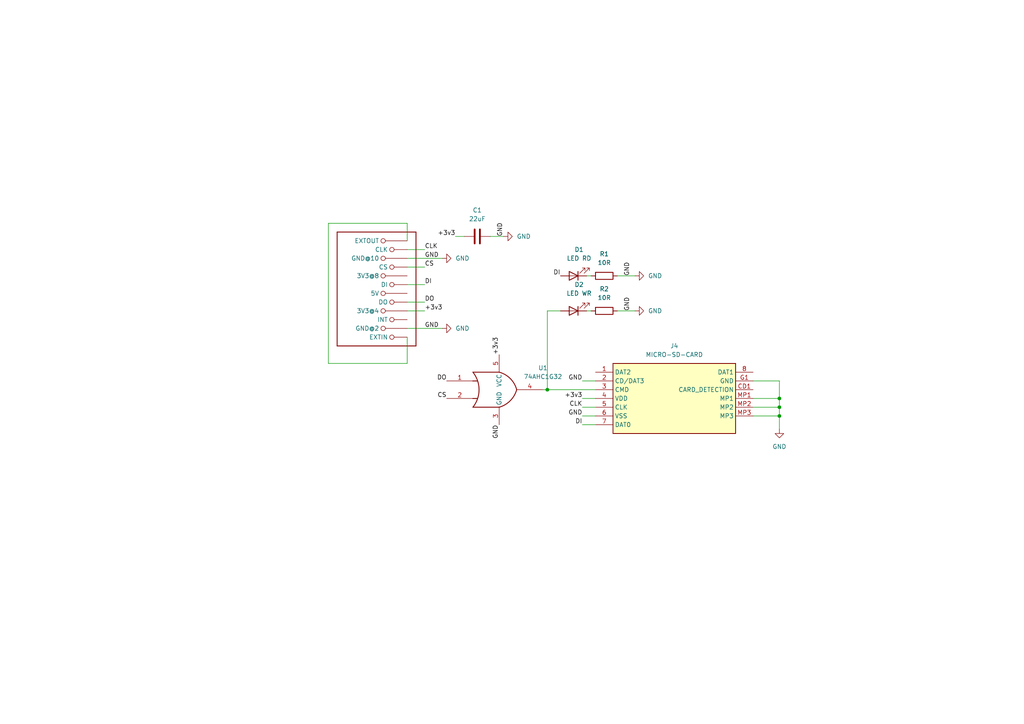
<source format=kicad_sch>
(kicad_sch
	(version 20231120)
	(generator "eeschema")
	(generator_version "8.0")
	(uuid "7df071e1-7397-44f5-b59a-b874d632f1c4")
	(paper "A4")
	(lib_symbols
		(symbol "74xGxx:74AHC1G32"
			(exclude_from_sim no)
			(in_bom yes)
			(on_board yes)
			(property "Reference" "U"
				(at -2.54 3.81 0)
				(effects
					(font
						(size 1.27 1.27)
					)
				)
			)
			(property "Value" "74AHC1G32"
				(at 0 -3.81 0)
				(effects
					(font
						(size 1.27 1.27)
					)
				)
			)
			(property "Footprint" ""
				(at 0 0 0)
				(effects
					(font
						(size 1.27 1.27)
					)
					(hide yes)
				)
			)
			(property "Datasheet" "http://www.ti.com/lit/sg/scyt129e/scyt129e.pdf"
				(at 0 0 0)
				(effects
					(font
						(size 1.27 1.27)
					)
					(hide yes)
				)
			)
			(property "Description" "Single OR Gate, Low-Voltage CMOS"
				(at 0 0 0)
				(effects
					(font
						(size 1.27 1.27)
					)
					(hide yes)
				)
			)
			(property "ki_keywords" "Single Gate OR LVC CMOS"
				(at 0 0 0)
				(effects
					(font
						(size 1.27 1.27)
					)
					(hide yes)
				)
			)
			(property "ki_fp_filters" "SOT* SG-*"
				(at 0 0 0)
				(effects
					(font
						(size 1.27 1.27)
					)
					(hide yes)
				)
			)
			(symbol "74AHC1G32_0_1"
				(arc
					(start -7.62 -5.08)
					(mid -5.838 0)
					(end -7.62 5.08)
					(stroke
						(width 0.254)
						(type default)
					)
					(fill
						(type none)
					)
				)
				(arc
					(start 0 -5.08)
					(mid 3.1986 -3.2054)
					(end 5.08 0)
					(stroke
						(width 0.254)
						(type default)
					)
					(fill
						(type none)
					)
				)
				(polyline
					(pts
						(xy -7.62 -2.54) (xy -6.35 -2.54)
					)
					(stroke
						(width 0.254)
						(type default)
					)
					(fill
						(type background)
					)
				)
				(polyline
					(pts
						(xy -7.62 2.54) (xy -6.35 2.54)
					)
					(stroke
						(width 0.254)
						(type default)
					)
					(fill
						(type background)
					)
				)
				(polyline
					(pts
						(xy 0 -5.08) (xy -7.62 -5.08)
					)
					(stroke
						(width 0.254)
						(type default)
					)
					(fill
						(type background)
					)
				)
				(polyline
					(pts
						(xy 0 5.08) (xy -7.62 5.08)
					)
					(stroke
						(width 0.254)
						(type default)
					)
					(fill
						(type background)
					)
				)
				(arc
					(start 5.08 0)
					(mid 3.2238 3.2304)
					(end 0 5.08)
					(stroke
						(width 0.254)
						(type default)
					)
					(fill
						(type none)
					)
				)
			)
			(symbol "74AHC1G32_1_1"
				(pin input line
					(at -15.24 2.54 0)
					(length 7.62)
					(name "~"
						(effects
							(font
								(size 1.27 1.27)
							)
						)
					)
					(number "1"
						(effects
							(font
								(size 1.27 1.27)
							)
						)
					)
				)
				(pin input line
					(at -15.24 -2.54 0)
					(length 7.62)
					(name "~"
						(effects
							(font
								(size 1.27 1.27)
							)
						)
					)
					(number "2"
						(effects
							(font
								(size 1.27 1.27)
							)
						)
					)
				)
				(pin power_in line
					(at 0 -10.16 90)
					(length 5.08)
					(name "GND"
						(effects
							(font
								(size 1.27 1.27)
							)
						)
					)
					(number "3"
						(effects
							(font
								(size 1.27 1.27)
							)
						)
					)
				)
				(pin output line
					(at 12.7 0 180)
					(length 7.62)
					(name "~"
						(effects
							(font
								(size 1.27 1.27)
							)
						)
					)
					(number "4"
						(effects
							(font
								(size 1.27 1.27)
							)
						)
					)
				)
				(pin power_in line
					(at 0 10.16 270)
					(length 5.08)
					(name "VCC"
						(effects
							(font
								(size 1.27 1.27)
							)
						)
					)
					(number "5"
						(effects
							(font
								(size 1.27 1.27)
							)
						)
					)
				)
			)
		)
		(symbol "Device:C"
			(pin_numbers hide)
			(pin_names
				(offset 0.254)
			)
			(exclude_from_sim no)
			(in_bom yes)
			(on_board yes)
			(property "Reference" "C"
				(at 0.635 2.54 0)
				(effects
					(font
						(size 1.27 1.27)
					)
					(justify left)
				)
			)
			(property "Value" "C"
				(at 0.635 -2.54 0)
				(effects
					(font
						(size 1.27 1.27)
					)
					(justify left)
				)
			)
			(property "Footprint" ""
				(at 0.9652 -3.81 0)
				(effects
					(font
						(size 1.27 1.27)
					)
					(hide yes)
				)
			)
			(property "Datasheet" "~"
				(at 0 0 0)
				(effects
					(font
						(size 1.27 1.27)
					)
					(hide yes)
				)
			)
			(property "Description" "Unpolarized capacitor"
				(at 0 0 0)
				(effects
					(font
						(size 1.27 1.27)
					)
					(hide yes)
				)
			)
			(property "ki_keywords" "cap capacitor"
				(at 0 0 0)
				(effects
					(font
						(size 1.27 1.27)
					)
					(hide yes)
				)
			)
			(property "ki_fp_filters" "C_*"
				(at 0 0 0)
				(effects
					(font
						(size 1.27 1.27)
					)
					(hide yes)
				)
			)
			(symbol "C_0_1"
				(polyline
					(pts
						(xy -2.032 -0.762) (xy 2.032 -0.762)
					)
					(stroke
						(width 0.508)
						(type default)
					)
					(fill
						(type none)
					)
				)
				(polyline
					(pts
						(xy -2.032 0.762) (xy 2.032 0.762)
					)
					(stroke
						(width 0.508)
						(type default)
					)
					(fill
						(type none)
					)
				)
			)
			(symbol "C_1_1"
				(pin passive line
					(at 0 3.81 270)
					(length 2.794)
					(name "~"
						(effects
							(font
								(size 1.27 1.27)
							)
						)
					)
					(number "1"
						(effects
							(font
								(size 1.27 1.27)
							)
						)
					)
				)
				(pin passive line
					(at 0 -3.81 90)
					(length 2.794)
					(name "~"
						(effects
							(font
								(size 1.27 1.27)
							)
						)
					)
					(number "2"
						(effects
							(font
								(size 1.27 1.27)
							)
						)
					)
				)
			)
		)
		(symbol "Device:LED"
			(pin_numbers hide)
			(pin_names
				(offset 1.016) hide)
			(exclude_from_sim no)
			(in_bom yes)
			(on_board yes)
			(property "Reference" "D"
				(at 0 2.54 0)
				(effects
					(font
						(size 1.27 1.27)
					)
				)
			)
			(property "Value" "LED"
				(at 0 -2.54 0)
				(effects
					(font
						(size 1.27 1.27)
					)
				)
			)
			(property "Footprint" ""
				(at 0 0 0)
				(effects
					(font
						(size 1.27 1.27)
					)
					(hide yes)
				)
			)
			(property "Datasheet" "~"
				(at 0 0 0)
				(effects
					(font
						(size 1.27 1.27)
					)
					(hide yes)
				)
			)
			(property "Description" "Light emitting diode"
				(at 0 0 0)
				(effects
					(font
						(size 1.27 1.27)
					)
					(hide yes)
				)
			)
			(property "ki_keywords" "LED diode"
				(at 0 0 0)
				(effects
					(font
						(size 1.27 1.27)
					)
					(hide yes)
				)
			)
			(property "ki_fp_filters" "LED* LED_SMD:* LED_THT:*"
				(at 0 0 0)
				(effects
					(font
						(size 1.27 1.27)
					)
					(hide yes)
				)
			)
			(symbol "LED_0_1"
				(polyline
					(pts
						(xy -1.27 -1.27) (xy -1.27 1.27)
					)
					(stroke
						(width 0.254)
						(type default)
					)
					(fill
						(type none)
					)
				)
				(polyline
					(pts
						(xy -1.27 0) (xy 1.27 0)
					)
					(stroke
						(width 0)
						(type default)
					)
					(fill
						(type none)
					)
				)
				(polyline
					(pts
						(xy 1.27 -1.27) (xy 1.27 1.27) (xy -1.27 0) (xy 1.27 -1.27)
					)
					(stroke
						(width 0.254)
						(type default)
					)
					(fill
						(type none)
					)
				)
				(polyline
					(pts
						(xy -3.048 -0.762) (xy -4.572 -2.286) (xy -3.81 -2.286) (xy -4.572 -2.286) (xy -4.572 -1.524)
					)
					(stroke
						(width 0)
						(type default)
					)
					(fill
						(type none)
					)
				)
				(polyline
					(pts
						(xy -1.778 -0.762) (xy -3.302 -2.286) (xy -2.54 -2.286) (xy -3.302 -2.286) (xy -3.302 -1.524)
					)
					(stroke
						(width 0)
						(type default)
					)
					(fill
						(type none)
					)
				)
			)
			(symbol "LED_1_1"
				(pin passive line
					(at -3.81 0 0)
					(length 2.54)
					(name "K"
						(effects
							(font
								(size 1.27 1.27)
							)
						)
					)
					(number "1"
						(effects
							(font
								(size 1.27 1.27)
							)
						)
					)
				)
				(pin passive line
					(at 3.81 0 180)
					(length 2.54)
					(name "A"
						(effects
							(font
								(size 1.27 1.27)
							)
						)
					)
					(number "2"
						(effects
							(font
								(size 1.27 1.27)
							)
						)
					)
				)
			)
		)
		(symbol "Device:R"
			(pin_numbers hide)
			(pin_names
				(offset 0)
			)
			(exclude_from_sim no)
			(in_bom yes)
			(on_board yes)
			(property "Reference" "R"
				(at 2.032 0 90)
				(effects
					(font
						(size 1.27 1.27)
					)
				)
			)
			(property "Value" "R"
				(at 0 0 90)
				(effects
					(font
						(size 1.27 1.27)
					)
				)
			)
			(property "Footprint" ""
				(at -1.778 0 90)
				(effects
					(font
						(size 1.27 1.27)
					)
					(hide yes)
				)
			)
			(property "Datasheet" "~"
				(at 0 0 0)
				(effects
					(font
						(size 1.27 1.27)
					)
					(hide yes)
				)
			)
			(property "Description" "Resistor"
				(at 0 0 0)
				(effects
					(font
						(size 1.27 1.27)
					)
					(hide yes)
				)
			)
			(property "ki_keywords" "R res resistor"
				(at 0 0 0)
				(effects
					(font
						(size 1.27 1.27)
					)
					(hide yes)
				)
			)
			(property "ki_fp_filters" "R_*"
				(at 0 0 0)
				(effects
					(font
						(size 1.27 1.27)
					)
					(hide yes)
				)
			)
			(symbol "R_0_1"
				(rectangle
					(start -1.016 -2.54)
					(end 1.016 2.54)
					(stroke
						(width 0.254)
						(type default)
					)
					(fill
						(type none)
					)
				)
			)
			(symbol "R_1_1"
				(pin passive line
					(at 0 3.81 270)
					(length 1.27)
					(name "~"
						(effects
							(font
								(size 1.27 1.27)
							)
						)
					)
					(number "1"
						(effects
							(font
								(size 1.27 1.27)
							)
						)
					)
				)
				(pin passive line
					(at 0 -3.81 90)
					(length 1.27)
					(name "~"
						(effects
							(font
								(size 1.27 1.27)
							)
						)
					)
					(number "2"
						(effects
							(font
								(size 1.27 1.27)
							)
						)
					)
				)
			)
		)
		(symbol "MICRO-SD-CARD:MICRO-SD-CARD"
			(exclude_from_sim no)
			(in_bom yes)
			(on_board yes)
			(property "Reference" "J"
				(at 41.91 7.62 0)
				(effects
					(font
						(size 1.27 1.27)
					)
					(justify left top)
				)
			)
			(property "Value" "MICRO-SD-CARD"
				(at 41.91 5.08 0)
				(effects
					(font
						(size 1.27 1.27)
					)
					(justify left top)
				)
			)
			(property "Footprint" "MICROSDCARD"
				(at 41.91 -94.92 0)
				(effects
					(font
						(size 1.27 1.27)
					)
					(justify left top)
					(hide yes)
				)
			)
			(property "Datasheet" "https://www.olimex.com/Products/Components/Connectors/MICRO-SD-CARD/resources/MICRO-SDCARD-1.jpg"
				(at 41.91 -194.92 0)
				(effects
					(font
						(size 1.27 1.27)
					)
					(justify left top)
					(hide yes)
				)
			)
			(property "Description" "Memory Card Connectors MICRO SD CARD CONNECTOR WITH PUSH PUSH EJECT ACTION"
				(at 0 0 0)
				(effects
					(font
						(size 1.27 1.27)
					)
					(hide yes)
				)
			)
			(property "Height" "2"
				(at 41.91 -394.92 0)
				(effects
					(font
						(size 1.27 1.27)
					)
					(justify left top)
					(hide yes)
				)
			)
			(property "Mouser Part Number" "909-MICRO-SD-CARD"
				(at 41.91 -494.92 0)
				(effects
					(font
						(size 1.27 1.27)
					)
					(justify left top)
					(hide yes)
				)
			)
			(property "Mouser Price/Stock" "https://www.mouser.co.uk/ProductDetail/Olimex-Ltd/MICRO-SD-CARD?qs=Rp5uXu7WBW8fXUZTWj6z0w%3D%3D"
				(at 41.91 -594.92 0)
				(effects
					(font
						(size 1.27 1.27)
					)
					(justify left top)
					(hide yes)
				)
			)
			(property "Manufacturer_Name" "Olimex Ltd."
				(at 41.91 -694.92 0)
				(effects
					(font
						(size 1.27 1.27)
					)
					(justify left top)
					(hide yes)
				)
			)
			(property "Manufacturer_Part_Number" "MICRO-SD-CARD"
				(at 41.91 -794.92 0)
				(effects
					(font
						(size 1.27 1.27)
					)
					(justify left top)
					(hide yes)
				)
			)
			(symbol "MICRO-SD-CARD_1_1"
				(rectangle
					(start 5.08 2.54)
					(end 40.64 -17.78)
					(stroke
						(width 0.254)
						(type default)
					)
					(fill
						(type background)
					)
				)
				(pin passive line
					(at 0 0 0)
					(length 5.08)
					(name "DAT2"
						(effects
							(font
								(size 1.27 1.27)
							)
						)
					)
					(number "1"
						(effects
							(font
								(size 1.27 1.27)
							)
						)
					)
				)
				(pin passive line
					(at 0 -2.54 0)
					(length 5.08)
					(name "CD/DAT3"
						(effects
							(font
								(size 1.27 1.27)
							)
						)
					)
					(number "2"
						(effects
							(font
								(size 1.27 1.27)
							)
						)
					)
				)
				(pin passive line
					(at 0 -5.08 0)
					(length 5.08)
					(name "CMD"
						(effects
							(font
								(size 1.27 1.27)
							)
						)
					)
					(number "3"
						(effects
							(font
								(size 1.27 1.27)
							)
						)
					)
				)
				(pin passive line
					(at 0 -7.62 0)
					(length 5.08)
					(name "VDD"
						(effects
							(font
								(size 1.27 1.27)
							)
						)
					)
					(number "4"
						(effects
							(font
								(size 1.27 1.27)
							)
						)
					)
				)
				(pin passive line
					(at 0 -10.16 0)
					(length 5.08)
					(name "CLK"
						(effects
							(font
								(size 1.27 1.27)
							)
						)
					)
					(number "5"
						(effects
							(font
								(size 1.27 1.27)
							)
						)
					)
				)
				(pin passive line
					(at 0 -12.7 0)
					(length 5.08)
					(name "VSS"
						(effects
							(font
								(size 1.27 1.27)
							)
						)
					)
					(number "6"
						(effects
							(font
								(size 1.27 1.27)
							)
						)
					)
				)
				(pin passive line
					(at 0 -15.24 0)
					(length 5.08)
					(name "DAT0"
						(effects
							(font
								(size 1.27 1.27)
							)
						)
					)
					(number "7"
						(effects
							(font
								(size 1.27 1.27)
							)
						)
					)
				)
				(pin passive line
					(at 45.72 0 180)
					(length 5.08)
					(name "DAT1"
						(effects
							(font
								(size 1.27 1.27)
							)
						)
					)
					(number "8"
						(effects
							(font
								(size 1.27 1.27)
							)
						)
					)
				)
				(pin passive line
					(at 45.72 -5.08 180)
					(length 5.08)
					(name "CARD_DETECTION"
						(effects
							(font
								(size 1.27 1.27)
							)
						)
					)
					(number "CD1"
						(effects
							(font
								(size 1.27 1.27)
							)
						)
					)
				)
				(pin passive line
					(at 45.72 -2.54 180)
					(length 5.08)
					(name "GND"
						(effects
							(font
								(size 1.27 1.27)
							)
						)
					)
					(number "G1"
						(effects
							(font
								(size 1.27 1.27)
							)
						)
					)
				)
				(pin passive line
					(at 45.72 -7.62 180)
					(length 5.08)
					(name "MP1"
						(effects
							(font
								(size 1.27 1.27)
							)
						)
					)
					(number "MP1"
						(effects
							(font
								(size 1.27 1.27)
							)
						)
					)
				)
				(pin passive line
					(at 45.72 -10.16 180)
					(length 5.08)
					(name "MP2"
						(effects
							(font
								(size 1.27 1.27)
							)
						)
					)
					(number "MP2"
						(effects
							(font
								(size 1.27 1.27)
							)
						)
					)
				)
				(pin passive line
					(at 45.72 -12.7 180)
					(length 5.08)
					(name "MP3"
						(effects
							(font
								(size 1.27 1.27)
							)
						)
					)
					(number "MP3"
						(effects
							(font
								(size 1.27 1.27)
							)
						)
					)
				)
			)
		)
		(symbol "gecko-eagle-import:GC_MEMCARD"
			(exclude_from_sim no)
			(in_bom yes)
			(on_board yes)
			(property "Reference" "J"
				(at 0 0 0)
				(effects
					(font
						(size 1.27 1.27)
					)
					(hide yes)
				)
			)
			(property "Value" ""
				(at 0 0 0)
				(effects
					(font
						(size 1.27 1.27)
					)
					(hide yes)
				)
			)
			(property "Footprint" "gecko:GC_MEMCARD"
				(at 0 0 0)
				(effects
					(font
						(size 1.27 1.27)
					)
					(hide yes)
				)
			)
			(property "Datasheet" ""
				(at 0 0 0)
				(effects
					(font
						(size 1.27 1.27)
					)
					(hide yes)
				)
			)
			(property "Description" ""
				(at 0 0 0)
				(effects
					(font
						(size 1.27 1.27)
					)
					(hide yes)
				)
			)
			(property "ki_locked" ""
				(at 0 0 0)
				(effects
					(font
						(size 1.27 1.27)
					)
				)
			)
			(symbol "GC_MEMCARD_1_0"
				(polyline
					(pts
						(xy -15.24 -10.16) (xy -15.24 12.7)
					)
					(stroke
						(width 0.254)
						(type solid)
					)
					(fill
						(type none)
					)
				)
				(polyline
					(pts
						(xy -15.24 12.7) (xy 17.78 12.7)
					)
					(stroke
						(width 0.254)
						(type solid)
					)
					(fill
						(type none)
					)
				)
				(polyline
					(pts
						(xy 17.78 -10.16) (xy -15.24 -10.16)
					)
					(stroke
						(width 0.254)
						(type solid)
					)
					(fill
						(type none)
					)
				)
				(polyline
					(pts
						(xy 17.78 12.7) (xy 17.78 -10.16)
					)
					(stroke
						(width 0.254)
						(type solid)
					)
					(fill
						(type none)
					)
				)
				(pin bidirectional inverted
					(at 15.24 10.16 270)
					(length 5.08)
					(name "EXTIN"
						(effects
							(font
								(size 1.27 1.27)
							)
						)
					)
					(number "1"
						(effects
							(font
								(size 0 0)
							)
						)
					)
				)
				(pin bidirectional inverted
					(at -7.62 10.16 270)
					(length 7.62)
					(name "GND@10"
						(effects
							(font
								(size 1.27 1.27)
							)
						)
					)
					(number "10"
						(effects
							(font
								(size 0 0)
							)
						)
					)
				)
				(pin bidirectional inverted
					(at -10.16 10.16 270)
					(length 5.08)
					(name "CLK"
						(effects
							(font
								(size 1.27 1.27)
							)
						)
					)
					(number "11"
						(effects
							(font
								(size 0 0)
							)
						)
					)
				)
				(pin bidirectional inverted
					(at -12.7 10.16 270)
					(length 7.62)
					(name "EXTOUT"
						(effects
							(font
								(size 1.27 1.27)
							)
						)
					)
					(number "12"
						(effects
							(font
								(size 0 0)
							)
						)
					)
				)
				(pin bidirectional inverted
					(at 12.7 10.16 270)
					(length 7.62)
					(name "GND@2"
						(effects
							(font
								(size 1.27 1.27)
							)
						)
					)
					(number "2"
						(effects
							(font
								(size 0 0)
							)
						)
					)
				)
				(pin bidirectional inverted
					(at 10.16 10.16 270)
					(length 5.08)
					(name "INT"
						(effects
							(font
								(size 1.27 1.27)
							)
						)
					)
					(number "3"
						(effects
							(font
								(size 0 0)
							)
						)
					)
				)
				(pin bidirectional inverted
					(at 7.62 10.16 270)
					(length 7.62)
					(name "3V3@4"
						(effects
							(font
								(size 1.27 1.27)
							)
						)
					)
					(number "4"
						(effects
							(font
								(size 0 0)
							)
						)
					)
				)
				(pin bidirectional inverted
					(at 5.08 10.16 270)
					(length 5.08)
					(name "DO"
						(effects
							(font
								(size 1.27 1.27)
							)
						)
					)
					(number "5"
						(effects
							(font
								(size 0 0)
							)
						)
					)
				)
				(pin bidirectional inverted
					(at 2.54 10.16 270)
					(length 7.62)
					(name "5V"
						(effects
							(font
								(size 1.27 1.27)
							)
						)
					)
					(number "6"
						(effects
							(font
								(size 0 0)
							)
						)
					)
				)
				(pin bidirectional inverted
					(at 0 10.16 270)
					(length 5.08)
					(name "DI"
						(effects
							(font
								(size 1.27 1.27)
							)
						)
					)
					(number "7"
						(effects
							(font
								(size 0 0)
							)
						)
					)
				)
				(pin bidirectional inverted
					(at -2.54 10.16 270)
					(length 7.62)
					(name "3V3@8"
						(effects
							(font
								(size 1.27 1.27)
							)
						)
					)
					(number "8"
						(effects
							(font
								(size 0 0)
							)
						)
					)
				)
				(pin bidirectional inverted
					(at -5.08 10.16 270)
					(length 5.08)
					(name "CS"
						(effects
							(font
								(size 1.27 1.27)
							)
						)
					)
					(number "9"
						(effects
							(font
								(size 0 0)
							)
						)
					)
				)
			)
		)
		(symbol "power:GND"
			(power)
			(pin_names
				(offset 0)
			)
			(exclude_from_sim no)
			(in_bom yes)
			(on_board yes)
			(property "Reference" "#PWR"
				(at 0 -6.35 0)
				(effects
					(font
						(size 1.27 1.27)
					)
					(hide yes)
				)
			)
			(property "Value" "GND"
				(at 0 -3.81 0)
				(effects
					(font
						(size 1.27 1.27)
					)
				)
			)
			(property "Footprint" ""
				(at 0 0 0)
				(effects
					(font
						(size 1.27 1.27)
					)
					(hide yes)
				)
			)
			(property "Datasheet" ""
				(at 0 0 0)
				(effects
					(font
						(size 1.27 1.27)
					)
					(hide yes)
				)
			)
			(property "Description" "Power symbol creates a global label with name \"GND\" , ground"
				(at 0 0 0)
				(effects
					(font
						(size 1.27 1.27)
					)
					(hide yes)
				)
			)
			(property "ki_keywords" "global power"
				(at 0 0 0)
				(effects
					(font
						(size 1.27 1.27)
					)
					(hide yes)
				)
			)
			(symbol "GND_0_1"
				(polyline
					(pts
						(xy 0 0) (xy 0 -1.27) (xy 1.27 -1.27) (xy 0 -2.54) (xy -1.27 -1.27) (xy 0 -1.27)
					)
					(stroke
						(width 0)
						(type default)
					)
					(fill
						(type none)
					)
				)
			)
			(symbol "GND_1_1"
				(pin power_in line
					(at 0 0 270)
					(length 0) hide
					(name "GND"
						(effects
							(font
								(size 1.27 1.27)
							)
						)
					)
					(number "1"
						(effects
							(font
								(size 1.27 1.27)
							)
						)
					)
				)
			)
		)
	)
	(junction
		(at 226.06 115.57)
		(diameter 0)
		(color 0 0 0 0)
		(uuid "278a5bef-b32e-4d5b-a3a7-ff7af4db272a")
	)
	(junction
		(at 158.75 113.03)
		(diameter 0)
		(color 0 0 0 0)
		(uuid "74919edb-fcbd-4125-a746-20565371b1c2")
	)
	(junction
		(at 226.06 118.11)
		(diameter 0)
		(color 0 0 0 0)
		(uuid "e75aa4ef-288d-40e2-802a-94ba0253d9cd")
	)
	(junction
		(at 226.06 120.65)
		(diameter 0)
		(color 0 0 0 0)
		(uuid "ecbe5eed-ad66-49f3-b102-8c120767a500")
	)
	(wire
		(pts
			(xy 226.06 120.65) (xy 226.06 124.46)
		)
		(stroke
			(width 0)
			(type default)
		)
		(uuid "068049e2-c317-4768-85e1-bd986820b79c")
	)
	(wire
		(pts
			(xy 168.91 120.65) (xy 172.72 120.65)
		)
		(stroke
			(width 0)
			(type default)
		)
		(uuid "1c8bdfad-75e3-4ac1-8362-3f7cc8509977")
	)
	(wire
		(pts
			(xy 226.06 110.49) (xy 226.06 115.57)
		)
		(stroke
			(width 0)
			(type default)
		)
		(uuid "1da04168-1d8a-421e-815b-cd62f7cf85c6")
	)
	(wire
		(pts
			(xy 226.06 118.11) (xy 226.06 120.65)
		)
		(stroke
			(width 0)
			(type default)
		)
		(uuid "286b6bf0-2a34-45c1-832b-4874a5103e80")
	)
	(wire
		(pts
			(xy 118.11 105.41) (xy 118.11 97.79)
		)
		(stroke
			(width 0)
			(type default)
		)
		(uuid "313ed090-e6ac-4c32-b012-fdba1aa560fa")
	)
	(wire
		(pts
			(xy 123.19 82.55) (xy 118.11 82.55)
		)
		(stroke
			(width 0)
			(type default)
		)
		(uuid "3506538e-c902-4e62-b398-d389d1b45579")
	)
	(wire
		(pts
			(xy 132.08 68.58) (xy 134.62 68.58)
		)
		(stroke
			(width 0)
			(type default)
		)
		(uuid "4d5ffb43-85a2-4e06-9405-65bd45a91a0c")
	)
	(wire
		(pts
			(xy 162.56 90.17) (xy 158.75 90.17)
		)
		(stroke
			(width 0)
			(type default)
		)
		(uuid "4f03dcfd-26f0-4e16-b7d0-908103eec987")
	)
	(wire
		(pts
			(xy 218.44 115.57) (xy 226.06 115.57)
		)
		(stroke
			(width 0)
			(type default)
		)
		(uuid "542bf3f0-c446-4e73-8a6c-a60b55f1ba5f")
	)
	(wire
		(pts
			(xy 179.07 90.17) (xy 184.15 90.17)
		)
		(stroke
			(width 0)
			(type default)
		)
		(uuid "5d7b81f5-3026-44e5-b3fb-88bd8e96fa5f")
	)
	(wire
		(pts
			(xy 157.48 113.03) (xy 158.75 113.03)
		)
		(stroke
			(width 0)
			(type default)
		)
		(uuid "5f785271-26be-43c1-8ca3-fd20b8704228")
	)
	(wire
		(pts
			(xy 118.11 69.85) (xy 118.11 64.77)
		)
		(stroke
			(width 0)
			(type default)
		)
		(uuid "6183057f-bfb9-49d5-8af4-185572b6a521")
	)
	(wire
		(pts
			(xy 226.06 115.57) (xy 226.06 118.11)
		)
		(stroke
			(width 0)
			(type default)
		)
		(uuid "63901b8b-090c-4819-a32a-d4b1e04e75f5")
	)
	(wire
		(pts
			(xy 158.75 90.17) (xy 158.75 113.03)
		)
		(stroke
			(width 0)
			(type default)
		)
		(uuid "63e13676-abb4-4cd7-adf7-6a0cb246d878")
	)
	(wire
		(pts
			(xy 123.19 90.17) (xy 118.11 90.17)
		)
		(stroke
			(width 0)
			(type default)
		)
		(uuid "64b291a8-7cb5-4993-a6b4-45603d9919ad")
	)
	(wire
		(pts
			(xy 146.05 68.58) (xy 142.24 68.58)
		)
		(stroke
			(width 0)
			(type default)
		)
		(uuid "672fef61-5f8a-4231-82a5-c73e75b2b32a")
	)
	(wire
		(pts
			(xy 95.25 105.41) (xy 118.11 105.41)
		)
		(stroke
			(width 0)
			(type default)
		)
		(uuid "6d80788b-acef-4280-a85f-1ab4e757a90d")
	)
	(wire
		(pts
			(xy 168.91 110.49) (xy 172.72 110.49)
		)
		(stroke
			(width 0)
			(type default)
		)
		(uuid "72306241-745e-4687-9f5f-8d16ab4b1d40")
	)
	(wire
		(pts
			(xy 218.44 118.11) (xy 226.06 118.11)
		)
		(stroke
			(width 0)
			(type default)
		)
		(uuid "76a56979-a02a-4289-b94f-35337d694740")
	)
	(wire
		(pts
			(xy 218.44 120.65) (xy 226.06 120.65)
		)
		(stroke
			(width 0)
			(type default)
		)
		(uuid "7788cb41-d0b1-4200-9c70-6fcaac40c896")
	)
	(wire
		(pts
			(xy 179.07 80.01) (xy 184.15 80.01)
		)
		(stroke
			(width 0)
			(type default)
		)
		(uuid "8d175262-8189-4852-ae4d-3c4d42690f5c")
	)
	(wire
		(pts
			(xy 158.75 113.03) (xy 172.72 113.03)
		)
		(stroke
			(width 0)
			(type default)
		)
		(uuid "8f41baa8-f180-4ed9-914a-57133740c1e0")
	)
	(wire
		(pts
			(xy 95.25 64.77) (xy 95.25 105.41)
		)
		(stroke
			(width 0)
			(type default)
		)
		(uuid "97bcfd0f-1c6c-4c75-96a8-ec45b232c159")
	)
	(wire
		(pts
			(xy 170.18 80.01) (xy 171.45 80.01)
		)
		(stroke
			(width 0)
			(type default)
		)
		(uuid "b9476a52-b825-46d9-ae3f-9ff47f461818")
	)
	(wire
		(pts
			(xy 168.91 115.57) (xy 172.72 115.57)
		)
		(stroke
			(width 0)
			(type default)
		)
		(uuid "c113a245-e355-4292-a276-d247a0e4b70c")
	)
	(wire
		(pts
			(xy 118.11 74.93) (xy 128.27 74.93)
		)
		(stroke
			(width 0)
			(type default)
		)
		(uuid "c32b4955-ce77-4525-afca-a98a2bb3322a")
	)
	(wire
		(pts
			(xy 168.91 123.19) (xy 172.72 123.19)
		)
		(stroke
			(width 0)
			(type default)
		)
		(uuid "c6472b8b-dfe7-4888-b700-a26b369d46c8")
	)
	(wire
		(pts
			(xy 168.91 118.11) (xy 172.72 118.11)
		)
		(stroke
			(width 0)
			(type default)
		)
		(uuid "c7ba560f-d5aa-4edf-b12f-df9e892e3b82")
	)
	(wire
		(pts
			(xy 123.19 87.63) (xy 118.11 87.63)
		)
		(stroke
			(width 0)
			(type default)
		)
		(uuid "c813466a-79d3-436c-94b6-5f4d60c04d0a")
	)
	(wire
		(pts
			(xy 218.44 110.49) (xy 226.06 110.49)
		)
		(stroke
			(width 0)
			(type default)
		)
		(uuid "c9c15551-8c12-41d1-af7c-71018b59558f")
	)
	(wire
		(pts
			(xy 118.11 95.25) (xy 128.27 95.25)
		)
		(stroke
			(width 0)
			(type default)
		)
		(uuid "ca629375-01c0-4249-9da6-36f87977a20a")
	)
	(wire
		(pts
			(xy 123.19 77.47) (xy 118.11 77.47)
		)
		(stroke
			(width 0)
			(type default)
		)
		(uuid "dbe28089-b33d-4637-9242-5ec7824e7258")
	)
	(wire
		(pts
			(xy 123.19 72.39) (xy 118.11 72.39)
		)
		(stroke
			(width 0)
			(type default)
		)
		(uuid "e714d013-7389-4899-ba50-17abcd9174c5")
	)
	(wire
		(pts
			(xy 118.11 64.77) (xy 95.25 64.77)
		)
		(stroke
			(width 0)
			(type default)
		)
		(uuid "f929bd9e-9a76-4609-aa53-4728173ea79f")
	)
	(wire
		(pts
			(xy 170.18 90.17) (xy 171.45 90.17)
		)
		(stroke
			(width 0)
			(type default)
		)
		(uuid "fbb0b581-aa35-4e4b-ac11-212495da0b43")
	)
	(label "+3v3"
		(at 132.08 68.58 180)
		(fields_autoplaced yes)
		(effects
			(font
				(size 1.27 1.27)
			)
			(justify right bottom)
		)
		(uuid "0251fa56-134a-419f-a891-9b4b47b7b461")
	)
	(label "GND"
		(at 168.91 110.49 180)
		(fields_autoplaced yes)
		(effects
			(font
				(size 1.27 1.27)
			)
			(justify right bottom)
		)
		(uuid "0e8d4613-7f69-4e6e-bfba-be58380691e2")
	)
	(label "+3v3"
		(at 168.91 115.57 180)
		(fields_autoplaced yes)
		(effects
			(font
				(size 1.27 1.27)
			)
			(justify right bottom)
		)
		(uuid "0f676075-52e7-49e4-8154-5ce8b926d8d2")
	)
	(label "GND"
		(at 123.19 95.25 0)
		(fields_autoplaced yes)
		(effects
			(font
				(size 1.27 1.27)
			)
			(justify left bottom)
		)
		(uuid "10743a35-60e3-44cc-af60-68ae32aeb412")
	)
	(label "GND"
		(at 144.78 123.19 270)
		(fields_autoplaced yes)
		(effects
			(font
				(size 1.27 1.27)
			)
			(justify right bottom)
		)
		(uuid "40324910-d59d-4741-97db-900daab36ced")
	)
	(label "+3v3"
		(at 123.19 90.17 0)
		(fields_autoplaced yes)
		(effects
			(font
				(size 1.27 1.27)
			)
			(justify left bottom)
		)
		(uuid "563a6b93-ae81-4aff-a8df-2e933d54018a")
	)
	(label "CS"
		(at 123.19 77.47 0)
		(fields_autoplaced yes)
		(effects
			(font
				(size 1.27 1.27)
			)
			(justify left bottom)
		)
		(uuid "5b18a508-664f-4301-9c58-69bf2873ac48")
	)
	(label "DI"
		(at 123.19 82.55 0)
		(fields_autoplaced yes)
		(effects
			(font
				(size 1.27 1.27)
			)
			(justify left bottom)
		)
		(uuid "664d6999-db90-47e2-b5df-56919a8a9525")
	)
	(label "DI"
		(at 168.91 123.19 180)
		(fields_autoplaced yes)
		(effects
			(font
				(size 1.27 1.27)
			)
			(justify right bottom)
		)
		(uuid "6aaf9533-e83d-472c-835b-52e1191cb694")
	)
	(label "CS"
		(at 129.54 115.57 180)
		(fields_autoplaced yes)
		(effects
			(font
				(size 1.27 1.27)
			)
			(justify right bottom)
		)
		(uuid "7a627909-e32f-4906-bec4-d0e237d3d8f1")
	)
	(label "CLK"
		(at 168.91 118.11 180)
		(fields_autoplaced yes)
		(effects
			(font
				(size 1.27 1.27)
			)
			(justify right bottom)
		)
		(uuid "7f369f2d-cf7e-4003-be34-74175a038515")
	)
	(label "DO"
		(at 123.19 87.63 0)
		(fields_autoplaced yes)
		(effects
			(font
				(size 1.27 1.27)
			)
			(justify left bottom)
		)
		(uuid "98e72f3d-b28a-43ad-afa1-99650cc07be5")
	)
	(label "GND"
		(at 168.91 120.65 180)
		(fields_autoplaced yes)
		(effects
			(font
				(size 1.27 1.27)
			)
			(justify right bottom)
		)
		(uuid "c4767cdc-7d5c-4e30-85f8-e40293e5920f")
	)
	(label "GND"
		(at 123.19 74.93 0)
		(fields_autoplaced yes)
		(effects
			(font
				(size 1.27 1.27)
			)
			(justify left bottom)
		)
		(uuid "c63b3b80-b919-483b-94dd-bf0575647bbf")
	)
	(label "GND"
		(at 146.05 68.58 90)
		(fields_autoplaced yes)
		(effects
			(font
				(size 1.27 1.27)
			)
			(justify left bottom)
		)
		(uuid "d045d612-edbe-4c34-81a6-9caf477fd592")
	)
	(label "+3v3"
		(at 144.78 102.87 90)
		(fields_autoplaced yes)
		(effects
			(font
				(size 1.27 1.27)
			)
			(justify left bottom)
		)
		(uuid "e2c8ad6d-748c-40d3-9a06-6ef6a18b16a1")
	)
	(label "GND"
		(at 182.88 80.01 90)
		(fields_autoplaced yes)
		(effects
			(font
				(size 1.27 1.27)
			)
			(justify left bottom)
		)
		(uuid "f5a6e94e-afa8-46b3-b2d8-aa8e3ac066f5")
	)
	(label "CLK"
		(at 123.19 72.39 0)
		(fields_autoplaced yes)
		(effects
			(font
				(size 1.27 1.27)
			)
			(justify left bottom)
		)
		(uuid "f7546b86-3379-42ca-a629-baa774a4e89d")
	)
	(label "GND"
		(at 182.88 90.17 90)
		(fields_autoplaced yes)
		(effects
			(font
				(size 1.27 1.27)
			)
			(justify left bottom)
		)
		(uuid "fbb064cc-fc4f-46aa-82a2-a498face1d14")
	)
	(label "DO"
		(at 129.54 110.49 180)
		(fields_autoplaced yes)
		(effects
			(font
				(size 1.27 1.27)
			)
			(justify right bottom)
		)
		(uuid "fc232dba-75d4-4d1b-9bfd-3acc11041805")
	)
	(label "DI"
		(at 162.56 80.01 180)
		(fields_autoplaced yes)
		(effects
			(font
				(size 1.27 1.27)
			)
			(justify right bottom)
		)
		(uuid "fcdbd502-e381-4aa0-a63a-fb1748c6e4a9")
	)
	(symbol
		(lib_id "Device:C")
		(at 138.43 68.58 90)
		(unit 1)
		(exclude_from_sim no)
		(in_bom yes)
		(on_board yes)
		(dnp no)
		(fields_autoplaced yes)
		(uuid "165395a7-4a7e-4a18-b9e4-f26463988bec")
		(property "Reference" "C1"
			(at 138.43 60.96 90)
			(effects
				(font
					(size 1.27 1.27)
				)
			)
		)
		(property "Value" "22uF"
			(at 138.43 63.5 90)
			(effects
				(font
					(size 1.27 1.27)
				)
			)
		)
		(property "Footprint" "Capacitor_SMD:C_0402_1005Metric_Pad0.74x0.62mm_HandSolder"
			(at 142.24 67.6148 0)
			(effects
				(font
					(size 1.27 1.27)
				)
				(hide yes)
			)
		)
		(property "Datasheet" "~"
			(at 138.43 68.58 0)
			(effects
				(font
					(size 1.27 1.27)
				)
				(hide yes)
			)
		)
		(property "Description" ""
			(at 138.43 68.58 0)
			(effects
				(font
					(size 1.27 1.27)
				)
				(hide yes)
			)
		)
		(pin "1"
			(uuid "74b6b5a9-1d27-45a1-a56a-e6dbd7ae2db2")
		)
		(pin "2"
			(uuid "dcf6b88c-e243-496d-81c7-dedb5bd7cd6b")
		)
		(instances
			(project "SDGeckoLED"
				(path "/7df071e1-7397-44f5-b59a-b874d632f1c4"
					(reference "C1")
					(unit 1)
				)
			)
		)
	)
	(symbol
		(lib_id "Device:LED")
		(at 166.37 90.17 180)
		(unit 1)
		(exclude_from_sim no)
		(in_bom yes)
		(on_board yes)
		(dnp no)
		(fields_autoplaced yes)
		(uuid "366a5dbd-1440-461d-8b4d-b9db12a10df6")
		(property "Reference" "D2"
			(at 167.9575 82.55 0)
			(effects
				(font
					(size 1.27 1.27)
				)
			)
		)
		(property "Value" "LED WR"
			(at 167.9575 85.09 0)
			(effects
				(font
					(size 1.27 1.27)
				)
			)
		)
		(property "Footprint" "LED_SMD:LED_0402_1005Metric_Pad0.77x0.64mm_HandSolder"
			(at 166.37 90.17 0)
			(effects
				(font
					(size 1.27 1.27)
				)
				(hide yes)
			)
		)
		(property "Datasheet" "~"
			(at 166.37 90.17 0)
			(effects
				(font
					(size 1.27 1.27)
				)
				(hide yes)
			)
		)
		(property "Description" ""
			(at 166.37 90.17 0)
			(effects
				(font
					(size 1.27 1.27)
				)
				(hide yes)
			)
		)
		(pin "1"
			(uuid "cbfaeeb6-8fa0-4392-a6b6-2c93a9bc78ba")
		)
		(pin "2"
			(uuid "ebfdfa30-fa07-4141-8d67-4152d1814ff6")
		)
		(instances
			(project "SDGeckoLED"
				(path "/7df071e1-7397-44f5-b59a-b874d632f1c4"
					(reference "D2")
					(unit 1)
				)
			)
		)
	)
	(symbol
		(lib_id "power:GND")
		(at 226.06 124.46 0)
		(unit 1)
		(exclude_from_sim no)
		(in_bom yes)
		(on_board yes)
		(dnp no)
		(fields_autoplaced yes)
		(uuid "46153028-1be6-4b4e-80da-0aa0c98ffe0d")
		(property "Reference" "#PWR02"
			(at 226.06 130.81 0)
			(effects
				(font
					(size 1.27 1.27)
				)
				(hide yes)
			)
		)
		(property "Value" "GND"
			(at 226.06 129.54 0)
			(effects
				(font
					(size 1.27 1.27)
				)
			)
		)
		(property "Footprint" ""
			(at 226.06 124.46 0)
			(effects
				(font
					(size 1.27 1.27)
				)
				(hide yes)
			)
		)
		(property "Datasheet" ""
			(at 226.06 124.46 0)
			(effects
				(font
					(size 1.27 1.27)
				)
				(hide yes)
			)
		)
		(property "Description" ""
			(at 226.06 124.46 0)
			(effects
				(font
					(size 1.27 1.27)
				)
				(hide yes)
			)
		)
		(pin "1"
			(uuid "6eef2743-a1e6-4601-b4ad-2866be6cb0f5")
		)
		(instances
			(project "SDGeckoLED"
				(path "/7df071e1-7397-44f5-b59a-b874d632f1c4"
					(reference "#PWR02")
					(unit 1)
				)
			)
		)
	)
	(symbol
		(lib_id "power:GND")
		(at 128.27 95.25 90)
		(unit 1)
		(exclude_from_sim no)
		(in_bom yes)
		(on_board yes)
		(dnp no)
		(fields_autoplaced yes)
		(uuid "4804cf1d-877f-4142-81b3-130a7c72d126")
		(property "Reference" "#PWR06"
			(at 134.62 95.25 0)
			(effects
				(font
					(size 1.27 1.27)
				)
				(hide yes)
			)
		)
		(property "Value" "GND"
			(at 132.08 95.2499 90)
			(effects
				(font
					(size 1.27 1.27)
				)
				(justify right)
			)
		)
		(property "Footprint" ""
			(at 128.27 95.25 0)
			(effects
				(font
					(size 1.27 1.27)
				)
				(hide yes)
			)
		)
		(property "Datasheet" ""
			(at 128.27 95.25 0)
			(effects
				(font
					(size 1.27 1.27)
				)
				(hide yes)
			)
		)
		(property "Description" ""
			(at 128.27 95.25 0)
			(effects
				(font
					(size 1.27 1.27)
				)
				(hide yes)
			)
		)
		(pin "1"
			(uuid "dabca841-cc6f-4954-b7b7-dd3a5bca5b4c")
		)
		(instances
			(project "SDGeckoLED"
				(path "/7df071e1-7397-44f5-b59a-b874d632f1c4"
					(reference "#PWR06")
					(unit 1)
				)
			)
		)
	)
	(symbol
		(lib_id "power:GND")
		(at 184.15 90.17 90)
		(unit 1)
		(exclude_from_sim no)
		(in_bom yes)
		(on_board yes)
		(dnp no)
		(fields_autoplaced yes)
		(uuid "52b46ea5-fd5b-4f55-a0e3-25e0d0682dd2")
		(property "Reference" "#PWR03"
			(at 190.5 90.17 0)
			(effects
				(font
					(size 1.27 1.27)
				)
				(hide yes)
			)
		)
		(property "Value" "GND"
			(at 187.96 90.1699 90)
			(effects
				(font
					(size 1.27 1.27)
				)
				(justify right)
			)
		)
		(property "Footprint" ""
			(at 184.15 90.17 0)
			(effects
				(font
					(size 1.27 1.27)
				)
				(hide yes)
			)
		)
		(property "Datasheet" ""
			(at 184.15 90.17 0)
			(effects
				(font
					(size 1.27 1.27)
				)
				(hide yes)
			)
		)
		(property "Description" ""
			(at 184.15 90.17 0)
			(effects
				(font
					(size 1.27 1.27)
				)
				(hide yes)
			)
		)
		(pin "1"
			(uuid "48f14ee6-ab6e-4fc0-94c7-accf5a9eb02b")
		)
		(instances
			(project "SDGeckoLED"
				(path "/7df071e1-7397-44f5-b59a-b874d632f1c4"
					(reference "#PWR03")
					(unit 1)
				)
			)
		)
	)
	(symbol
		(lib_id "power:GND")
		(at 146.05 68.58 90)
		(unit 1)
		(exclude_from_sim no)
		(in_bom yes)
		(on_board yes)
		(dnp no)
		(fields_autoplaced yes)
		(uuid "5bf8b296-a36b-4d67-b1c5-5d4936f22c6f")
		(property "Reference" "#PWR04"
			(at 152.4 68.58 0)
			(effects
				(font
					(size 1.27 1.27)
				)
				(hide yes)
			)
		)
		(property "Value" "GND"
			(at 149.86 68.5799 90)
			(effects
				(font
					(size 1.27 1.27)
				)
				(justify right)
			)
		)
		(property "Footprint" ""
			(at 146.05 68.58 0)
			(effects
				(font
					(size 1.27 1.27)
				)
				(hide yes)
			)
		)
		(property "Datasheet" ""
			(at 146.05 68.58 0)
			(effects
				(font
					(size 1.27 1.27)
				)
				(hide yes)
			)
		)
		(property "Description" ""
			(at 146.05 68.58 0)
			(effects
				(font
					(size 1.27 1.27)
				)
				(hide yes)
			)
		)
		(pin "1"
			(uuid "92286841-0d6c-4813-bedc-bbc09073a1e2")
		)
		(instances
			(project "SDGeckoLED"
				(path "/7df071e1-7397-44f5-b59a-b874d632f1c4"
					(reference "#PWR04")
					(unit 1)
				)
			)
		)
	)
	(symbol
		(lib_id "MICRO-SD-CARD:MICRO-SD-CARD")
		(at 172.72 107.95 0)
		(unit 1)
		(exclude_from_sim no)
		(in_bom yes)
		(on_board yes)
		(dnp no)
		(uuid "7d0337d5-b3e5-4df4-abb2-33b1c308f2fc")
		(property "Reference" "J4"
			(at 195.58 100.33 0)
			(effects
				(font
					(size 1.27 1.27)
				)
			)
		)
		(property "Value" "MICRO-SD-CARD"
			(at 195.58 102.87 0)
			(effects
				(font
					(size 1.27 1.27)
				)
			)
		)
		(property "Footprint" "MICROSDCARD_Library:MICROSDCARD"
			(at 214.63 202.87 0)
			(effects
				(font
					(size 1.27 1.27)
				)
				(justify left top)
				(hide yes)
			)
		)
		(property "Datasheet" "https://www.olimex.com/Products/Components/Connectors/MICRO-SD-CARD/resources/MICRO-SDCARD-1.jpg"
			(at 214.63 302.87 0)
			(effects
				(font
					(size 1.27 1.27)
				)
				(justify left top)
				(hide yes)
			)
		)
		(property "Description" ""
			(at 172.72 107.95 0)
			(effects
				(font
					(size 1.27 1.27)
				)
				(hide yes)
			)
		)
		(property "Height" "2"
			(at 214.63 502.87 0)
			(effects
				(font
					(size 1.27 1.27)
				)
				(justify left top)
				(hide yes)
			)
		)
		(property "Mouser Part Number" "909-MICRO-SD-CARD"
			(at 214.63 602.87 0)
			(effects
				(font
					(size 1.27 1.27)
				)
				(justify left top)
				(hide yes)
			)
		)
		(property "Mouser Price/Stock" "https://www.mouser.co.uk/ProductDetail/Olimex-Ltd/MICRO-SD-CARD?qs=Rp5uXu7WBW8fXUZTWj6z0w%3D%3D"
			(at 214.63 702.87 0)
			(effects
				(font
					(size 1.27 1.27)
				)
				(justify left top)
				(hide yes)
			)
		)
		(property "Manufacturer_Name" "Olimex Ltd."
			(at 214.63 802.87 0)
			(effects
				(font
					(size 1.27 1.27)
				)
				(justify left top)
				(hide yes)
			)
		)
		(property "Manufacturer_Part_Number" "MICRO-SD-CARD"
			(at 214.63 902.87 0)
			(effects
				(font
					(size 1.27 1.27)
				)
				(justify left top)
				(hide yes)
			)
		)
		(pin "1"
			(uuid "8c60b235-a903-42e3-a0d9-0e1c6eda4eb3")
		)
		(pin "2"
			(uuid "0486dee9-4d20-4a9f-8c89-62c7c3e11b6b")
		)
		(pin "3"
			(uuid "40fe415c-ace5-42db-ab32-e26fe988b1bb")
		)
		(pin "4"
			(uuid "33501159-37df-430c-8530-6c6b2e20e171")
		)
		(pin "5"
			(uuid "eab9e3b2-2cfc-4376-bc17-f3d44c5f600a")
		)
		(pin "6"
			(uuid "940d39de-7a98-41b7-8693-3c305e08816f")
		)
		(pin "7"
			(uuid "cdd46f48-9f53-484c-829f-b80d9b2896b1")
		)
		(pin "8"
			(uuid "415dbc91-b9bd-47b4-ac6f-1c1af1891223")
		)
		(pin "CD1"
			(uuid "fe15e750-1077-4af2-adf7-3e4d4a28896f")
		)
		(pin "G1"
			(uuid "5128cc54-ce21-4d7a-9f8f-8577c2ff74ac")
		)
		(pin "MP1"
			(uuid "9c49e24f-833b-435b-a978-e722d3073408")
		)
		(pin "MP2"
			(uuid "74853fce-ba46-4f06-ad59-b851334b9e2e")
		)
		(pin "MP3"
			(uuid "6fc9c43b-6e31-4a3b-9b81-fe4db4f8307b")
		)
		(instances
			(project "SDGeckoLED"
				(path "/7df071e1-7397-44f5-b59a-b874d632f1c4"
					(reference "J4")
					(unit 1)
				)
			)
		)
	)
	(symbol
		(lib_id "74xGxx:74AHC1G32")
		(at 144.78 113.03 0)
		(unit 1)
		(exclude_from_sim no)
		(in_bom yes)
		(on_board yes)
		(dnp no)
		(fields_autoplaced yes)
		(uuid "90f2daf8-aa1b-4c8f-880a-fd3c53982fed")
		(property "Reference" "U1"
			(at 157.48 106.7114 0)
			(effects
				(font
					(size 1.27 1.27)
				)
			)
		)
		(property "Value" "74AHC1G32"
			(at 157.48 109.2514 0)
			(effects
				(font
					(size 1.27 1.27)
				)
			)
		)
		(property "Footprint" "Package_TO_SOT_SMD:SC-74A-5_1.55x2.9mm_P0.95mm"
			(at 144.78 113.03 0)
			(effects
				(font
					(size 1.27 1.27)
				)
				(hide yes)
			)
		)
		(property "Datasheet" "http://www.ti.com/lit/sg/scyt129e/scyt129e.pdf"
			(at 144.78 113.03 0)
			(effects
				(font
					(size 1.27 1.27)
				)
				(hide yes)
			)
		)
		(property "Description" "Single OR Gate, Low-Voltage CMOS"
			(at 144.78 113.03 0)
			(effects
				(font
					(size 1.27 1.27)
				)
				(hide yes)
			)
		)
		(pin "5"
			(uuid "627bd964-e6f5-4202-bf52-24f04876ebcf")
		)
		(pin "1"
			(uuid "9cf2987d-b207-49ec-ac5d-caf063e431e9")
		)
		(pin "3"
			(uuid "c96ff5bb-0643-4c32-87b8-12cf9205b16e")
		)
		(pin "2"
			(uuid "0b386bae-60c7-4248-b008-cd3dd55accaf")
		)
		(pin "4"
			(uuid "34b0ff31-69fe-4044-a46a-01ff760bfcd4")
		)
		(instances
			(project "SDGeckoLED"
				(path "/7df071e1-7397-44f5-b59a-b874d632f1c4"
					(reference "U1")
					(unit 1)
				)
			)
		)
	)
	(symbol
		(lib_id "power:GND")
		(at 184.15 80.01 90)
		(unit 1)
		(exclude_from_sim no)
		(in_bom yes)
		(on_board yes)
		(dnp no)
		(fields_autoplaced yes)
		(uuid "abdfedd5-b07e-4fad-a242-90264f1e0900")
		(property "Reference" "#PWR01"
			(at 190.5 80.01 0)
			(effects
				(font
					(size 1.27 1.27)
				)
				(hide yes)
			)
		)
		(property "Value" "GND"
			(at 187.96 80.0099 90)
			(effects
				(font
					(size 1.27 1.27)
				)
				(justify right)
			)
		)
		(property "Footprint" ""
			(at 184.15 80.01 0)
			(effects
				(font
					(size 1.27 1.27)
				)
				(hide yes)
			)
		)
		(property "Datasheet" ""
			(at 184.15 80.01 0)
			(effects
				(font
					(size 1.27 1.27)
				)
				(hide yes)
			)
		)
		(property "Description" ""
			(at 184.15 80.01 0)
			(effects
				(font
					(size 1.27 1.27)
				)
				(hide yes)
			)
		)
		(pin "1"
			(uuid "120f2bff-d8e9-443e-b1c9-4bf5613cc939")
		)
		(instances
			(project "SDGeckoLED"
				(path "/7df071e1-7397-44f5-b59a-b874d632f1c4"
					(reference "#PWR01")
					(unit 1)
				)
			)
		)
	)
	(symbol
		(lib_id "Device:LED")
		(at 166.37 80.01 180)
		(unit 1)
		(exclude_from_sim no)
		(in_bom yes)
		(on_board yes)
		(dnp no)
		(fields_autoplaced yes)
		(uuid "b167fe18-9113-427c-a837-b316a825fcfd")
		(property "Reference" "D1"
			(at 167.9575 72.39 0)
			(effects
				(font
					(size 1.27 1.27)
				)
			)
		)
		(property "Value" "LED RD"
			(at 167.9575 74.93 0)
			(effects
				(font
					(size 1.27 1.27)
				)
			)
		)
		(property "Footprint" "LED_SMD:LED_0402_1005Metric_Pad0.77x0.64mm_HandSolder"
			(at 166.37 80.01 0)
			(effects
				(font
					(size 1.27 1.27)
				)
				(hide yes)
			)
		)
		(property "Datasheet" "~"
			(at 166.37 80.01 0)
			(effects
				(font
					(size 1.27 1.27)
				)
				(hide yes)
			)
		)
		(property "Description" ""
			(at 166.37 80.01 0)
			(effects
				(font
					(size 1.27 1.27)
				)
				(hide yes)
			)
		)
		(pin "1"
			(uuid "8d6b4859-51f7-4f0b-9fbd-8edee12ec819")
		)
		(pin "2"
			(uuid "ecfb3bcf-8612-456d-bbf0-fae0eba33ba5")
		)
		(instances
			(project "SDGeckoLED"
				(path "/7df071e1-7397-44f5-b59a-b874d632f1c4"
					(reference "D1")
					(unit 1)
				)
			)
		)
	)
	(symbol
		(lib_id "gecko-eagle-import:GC_MEMCARD")
		(at 107.95 82.55 270)
		(unit 1)
		(exclude_from_sim no)
		(in_bom yes)
		(on_board yes)
		(dnp no)
		(fields_autoplaced yes)
		(uuid "d508f36f-4dd2-4049-a32f-1f1dba86fed9")
		(property "Reference" "J2"
			(at 107.95 82.55 0)
			(effects
				(font
					(size 1.27 1.27)
				)
				(hide yes)
			)
		)
		(property "Value" "~"
			(at 107.95 82.55 0)
			(effects
				(font
					(size 1.27 1.27)
				)
				(hide yes)
			)
		)
		(property "Footprint" "gecko:GC_MEMCARD"
			(at 107.95 82.55 0)
			(effects
				(font
					(size 1.27 1.27)
				)
				(hide yes)
			)
		)
		(property "Datasheet" ""
			(at 107.95 82.55 0)
			(effects
				(font
					(size 1.27 1.27)
				)
				(hide yes)
			)
		)
		(property "Description" ""
			(at 107.95 82.55 0)
			(effects
				(font
					(size 1.27 1.27)
				)
				(hide yes)
			)
		)
		(pin "1"
			(uuid "7b7021d9-7767-476c-b3c1-fd30a29d0904")
		)
		(pin "10"
			(uuid "9066f197-5d70-4c51-ba79-4758b85d0ebc")
		)
		(pin "11"
			(uuid "b1daa06d-1216-4745-ba44-00ffce355d15")
		)
		(pin "12"
			(uuid "7094f96a-dc2b-457e-88b0-0787bb2ee7df")
		)
		(pin "2"
			(uuid "9b333f40-0716-434a-9cbe-4a893a189742")
		)
		(pin "3"
			(uuid "45f03c50-3521-4368-b935-d4ef1720b5ab")
		)
		(pin "4"
			(uuid "4054d64c-01f9-40fc-a2ea-664ce84dd78f")
		)
		(pin "5"
			(uuid "b717daf6-c31a-4f7a-91df-97765fe7b5f7")
		)
		(pin "6"
			(uuid "40fea064-b9e8-4acd-8902-9aa0e0a2530b")
		)
		(pin "7"
			(uuid "e86b8efa-e57c-4a8d-a560-1318a9800cf8")
		)
		(pin "8"
			(uuid "09d383b8-a1d3-4b5d-b7b4-9bf2dd3d8140")
		)
		(pin "9"
			(uuid "90fc896d-ffce-42a4-803f-63593952eb38")
		)
		(instances
			(project "SDGeckoLED"
				(path "/7df071e1-7397-44f5-b59a-b874d632f1c4"
					(reference "J2")
					(unit 1)
				)
			)
		)
	)
	(symbol
		(lib_id "Device:R")
		(at 175.26 80.01 90)
		(unit 1)
		(exclude_from_sim no)
		(in_bom yes)
		(on_board yes)
		(dnp no)
		(fields_autoplaced yes)
		(uuid "e8a76404-299b-4920-a301-c6e77cb2302b")
		(property "Reference" "R1"
			(at 175.26 73.66 90)
			(effects
				(font
					(size 1.27 1.27)
				)
			)
		)
		(property "Value" "10R"
			(at 175.26 76.2 90)
			(effects
				(font
					(size 1.27 1.27)
				)
			)
		)
		(property "Footprint" "Resistor_SMD:R_0402_1005Metric_Pad0.72x0.64mm_HandSolder"
			(at 175.26 81.788 90)
			(effects
				(font
					(size 1.27 1.27)
				)
				(hide yes)
			)
		)
		(property "Datasheet" "~"
			(at 175.26 80.01 0)
			(effects
				(font
					(size 1.27 1.27)
				)
				(hide yes)
			)
		)
		(property "Description" ""
			(at 175.26 80.01 0)
			(effects
				(font
					(size 1.27 1.27)
				)
				(hide yes)
			)
		)
		(pin "1"
			(uuid "0c360a1e-fa8a-48ee-8e5d-68030f83c0d3")
		)
		(pin "2"
			(uuid "4b77a2cb-646b-4e5d-9b3e-bd259c744e24")
		)
		(instances
			(project "SDGeckoLED"
				(path "/7df071e1-7397-44f5-b59a-b874d632f1c4"
					(reference "R1")
					(unit 1)
				)
			)
		)
	)
	(symbol
		(lib_id "Device:R")
		(at 175.26 90.17 270)
		(mirror x)
		(unit 1)
		(exclude_from_sim no)
		(in_bom yes)
		(on_board yes)
		(dnp no)
		(uuid "eada3e0a-d98f-46dd-99a3-1e2432621760")
		(property "Reference" "R2"
			(at 175.26 83.82 90)
			(effects
				(font
					(size 1.27 1.27)
				)
			)
		)
		(property "Value" "10R"
			(at 175.26 86.36 90)
			(effects
				(font
					(size 1.27 1.27)
				)
			)
		)
		(property "Footprint" "Resistor_SMD:R_0402_1005Metric_Pad0.72x0.64mm_HandSolder"
			(at 175.26 91.948 90)
			(effects
				(font
					(size 1.27 1.27)
				)
				(hide yes)
			)
		)
		(property "Datasheet" "~"
			(at 175.26 90.17 0)
			(effects
				(font
					(size 1.27 1.27)
				)
				(hide yes)
			)
		)
		(property "Description" ""
			(at 175.26 90.17 0)
			(effects
				(font
					(size 1.27 1.27)
				)
				(hide yes)
			)
		)
		(pin "1"
			(uuid "9c59baeb-6dec-4e96-8f4c-d1b09806b82e")
		)
		(pin "2"
			(uuid "d921a6fd-e837-47d3-bb8e-5dd31e4535d5")
		)
		(instances
			(project "SDGeckoLED"
				(path "/7df071e1-7397-44f5-b59a-b874d632f1c4"
					(reference "R2")
					(unit 1)
				)
			)
		)
	)
	(symbol
		(lib_id "power:GND")
		(at 128.27 74.93 90)
		(unit 1)
		(exclude_from_sim no)
		(in_bom yes)
		(on_board yes)
		(dnp no)
		(fields_autoplaced yes)
		(uuid "ed55826b-7444-4f09-b8be-9fb2a6a67def")
		(property "Reference" "#PWR05"
			(at 134.62 74.93 0)
			(effects
				(font
					(size 1.27 1.27)
				)
				(hide yes)
			)
		)
		(property "Value" "GND"
			(at 132.08 74.9299 90)
			(effects
				(font
					(size 1.27 1.27)
				)
				(justify right)
			)
		)
		(property "Footprint" ""
			(at 128.27 74.93 0)
			(effects
				(font
					(size 1.27 1.27)
				)
				(hide yes)
			)
		)
		(property "Datasheet" ""
			(at 128.27 74.93 0)
			(effects
				(font
					(size 1.27 1.27)
				)
				(hide yes)
			)
		)
		(property "Description" ""
			(at 128.27 74.93 0)
			(effects
				(font
					(size 1.27 1.27)
				)
				(hide yes)
			)
		)
		(pin "1"
			(uuid "acc0fb6f-8cd8-4a8d-b6c0-0a9d0df4d149")
		)
		(instances
			(project "SDGeckoLED"
				(path "/7df071e1-7397-44f5-b59a-b874d632f1c4"
					(reference "#PWR05")
					(unit 1)
				)
			)
		)
	)
	(sheet_instances
		(path "/"
			(page "1")
		)
	)
)

</source>
